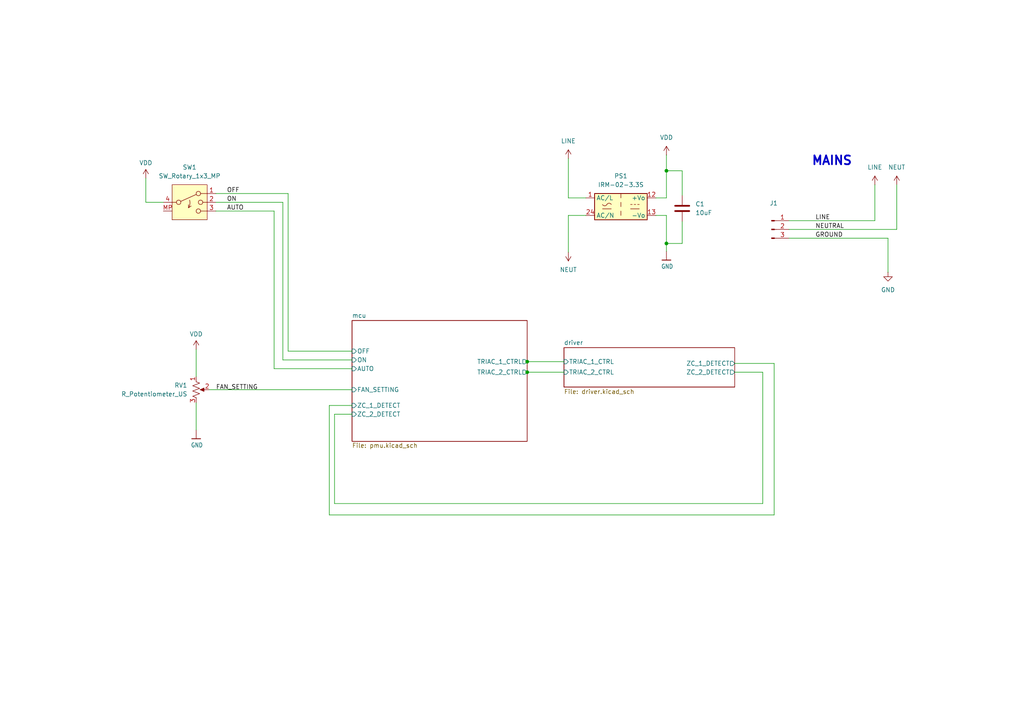
<source format=kicad_sch>
(kicad_sch (version 20250114) (generator "eeschema") (generator_version "9.0")
  (paper "A4")
  (title_block (title "Bramble Triac Driver") (date "2025-12-01") (rev "1.0") (comment 1 "Phase-angle control for AC loads"))
  (lib_symbols
    (symbol "Adafruit Feather RP2040 RFM-eagle-import:GND" (power)
      (symbol "GND_1_0"
        (polyline (pts (xy -1.27 0) (xy 1.27 0)) (stroke (width 0.254)))
        (pin power_in line (at 0 2.54 270) (length 2.54) (name "GND") (number "1"))
      )
    )
    (symbol "Connector:Conn_01x03_Pin" (pin_names (offset 1.016) (hide yes))
      (property "Reference" "J" (at 0 5.08 0))
      (property "Value" "Conn_01x03_Pin" (at 0 -5.08 0))
      (symbol "Conn_01x03_Pin_1_1"
        (rectangle (start 0.8636 2.667) (end 0 2.413) (stroke (width 0.1524)) (fill (type outline)))
        (rectangle (start 0.8636 0.127) (end 0 -0.127) (stroke (width 0.1524)) (fill (type outline)))
        (rectangle (start 0.8636 -2.413) (end 0 -2.667) (stroke (width 0.1524)) (fill (type outline)))
        (polyline (pts (xy 1.27 2.54) (xy 0.8636 2.54)) (stroke (width 0.1524)))
        (polyline (pts (xy 1.27 0) (xy 0.8636 0)) (stroke (width 0.1524)))
        (polyline (pts (xy 1.27 -2.54) (xy 0.8636 -2.54)) (stroke (width 0.1524)))
        (pin passive line (at 5.08 2.54 180) (length 3.81) (name "Pin_1") (number "1"))
        (pin passive line (at 5.08 0 180) (length 3.81) (name "Pin_2") (number "2"))
        (pin passive line (at 5.08 -2.54 180) (length 3.81) (name "Pin_3") (number "3"))
      )
    )
    (symbol "Converter_ACDC:IRM-02-3.3S"
      (property "Reference" "PS" (at 0 5.08 0))
      (property "Value" "IRM-02-3.3S" (at 0 -5.08 0))
      (symbol "IRM-02-3.3S_1_1"
        (rectangle (start -7.62 3.81) (end 7.62 -3.81) (stroke (width 0.254)) (fill (type background)))
        (polyline (pts (xy -5.334 -0.635) (xy -2.794 -0.635)))
        (arc (start -4.064 0.635) (mid -4.699 0.2495) (end -5.334 0.635))
        (arc (start -4.064 0.635) (mid -3.429 1.0072) (end -2.794 0.635))
        (polyline (pts (xy 0 3.81) (xy 0 2.54)))
        (polyline (pts (xy 0 1.27) (xy 0 0)))
        (polyline (pts (xy 0 -1.27) (xy 0 -2.54)))
        (polyline (pts (xy 2.794 0.635) (xy 3.302 0.635)))
        (polyline (pts (xy 2.794 -0.635) (xy 5.334 -0.635)))
        (polyline (pts (xy 3.81 0.635) (xy 4.318 0.635)))
        (polyline (pts (xy 4.826 0.635) (xy 5.334 0.635)))
        (pin power_in line (at -10.16 2.54 0) (length 2.54) (name "AC/L") (number "1"))
        (pin power_in line (at -10.16 -2.54 0) (length 2.54) (name "AC/N") (number "24"))
        (pin power_out line (at 10.16 2.54 180) (length 2.54) (name "+Vo") (number "12"))
        (pin power_out line (at 10.16 -2.54 180) (length 2.54) (name "-Vo") (number "13"))
      )
    )
    (symbol "Device:C" (pin_numbers (hide yes)) (pin_names (offset 0.254))
      (property "Reference" "C" (at 0.635 2.54 0))
      (property "Value" "C" (at 0.635 -2.54 0))
      (symbol "C_0_1"
        (polyline (pts (xy -2.032 0.762) (xy 2.032 0.762)) (stroke (width 0.508)))
        (polyline (pts (xy -2.032 -0.762) (xy 2.032 -0.762)) (stroke (width 0.508)))
      )
      (symbol "C_1_1"
        (pin passive line (at 0 3.81 270) (length 2.794) (name "~") (number "1"))
        (pin passive line (at 0 -3.81 90) (length 2.794) (name "~") (number "2"))
      )
    )
    (symbol "Device:R_Potentiometer_US" (pin_names (offset 1.016) (hide yes))
      (property "Reference" "RV" (at -4.445 0 90))
      (property "Value" "R_Potentiometer_US" (at -2.54 0 90))
      (symbol "R_Potentiometer_US_0_1"
        (polyline (pts (xy 0 2.54) (xy 0 2.286)))
        (polyline (pts (xy 0 2.286) (xy 1.016 1.905) (xy 0 1.524) (xy -1.016 1.143) (xy 0 0.762)))
        (polyline (pts (xy 0 0.762) (xy 1.016 0.381) (xy 0 0) (xy -1.016 -0.381) (xy 0 -0.762)))
        (polyline (pts (xy 0 -0.762) (xy 1.016 -1.143) (xy 0 -1.524) (xy -1.016 -1.905) (xy 0 -2.286)))
        (polyline (pts (xy 0 -2.286) (xy 0 -2.54)))
        (polyline (pts (xy 1.143 0) (xy 2.286 0.508) (xy 2.286 -0.508) (xy 1.143 0)) (fill (type outline)))
        (polyline (pts (xy 2.54 0) (xy 1.524 0)))
      )
      (symbol "R_Potentiometer_US_1_1"
        (pin passive line (at 0 3.81 270) (length 1.27) (name "1") (number "1"))
        (pin passive line (at 0 -3.81 90) (length 1.27) (name "3") (number "3"))
        (pin passive line (at 3.81 0 180) (length 1.27) (name "2") (number "2"))
      )
    )
    (symbol "Switch:SW_Rotary_1x3_MP" (pin_names (hide yes))
      (property "Reference" "SW" (at 0 6.35 0))
      (property "Value" "SW_Rotary_1x3_MP" (at 8.89 -6.35 0))
      (symbol "SW_Rotary_1x3_MP_0_1"
        (polyline (pts (xy -5.08 0) (xy -3.81 0)))
        (circle (center -3.175 0) (radius 0.635))
        (polyline (pts (xy -2.5908 0.254) (xy 1.9304 2.286)))
        (arc (start 0 0.635) (mid 0.0861 -0.5113) (end -0.3176 -1.5875))
        (polyline (pts (xy -0.3176 -1.5875) (xy -0.3176 -0.6985)))
        (polyline (pts (xy -0.3176 -1.5875) (xy -0.3176 -1.5875)))
        (polyline (pts (xy -0.3176 -1.5875) (xy 0.4444 -1.0795)))
        (circle (center 2.54 2.54) (radius 0.635))
        (circle (center 2.54 -2.54) (radius 0.635))
        (circle (center 3.175 0) (radius 0.635))
        (polyline (pts (xy 5.08 2.54) (xy 3.175 2.54)))
        (polyline (pts (xy 5.08 0) (xy 3.81 0)))
        (polyline (pts (xy 5.08 -2.54) (xy 3.175 -2.54)))
      )
      (symbol "SW_Rotary_1x3_MP_1_1"
        (rectangle (start -5.08 5.08) (end 5.08 -5.08) (fill (type background)))
        (pin passive line (at -7.62 0 0) (length 2.54) (name "") (number "4"))
        (pin passive line (at -7.62 -2.54 0) (length 2.54) (name "") (number "MP"))
        (pin passive line (at 7.62 2.54 180) (length 2.54) (name "") (number "1"))
        (pin passive line (at 7.62 0 180) (length 2.54) (name "") (number "2"))
        (pin passive line (at 7.62 -2.54 180) (length 2.54) (name "") (number "3"))
      )
    )
    (symbol "power:GND" (power) (pin_numbers (hide yes)) (pin_names (offset 0) (hide yes))
      (property "Value" "GND" (at 0 -3.81 0))
      (symbol "GND_0_1"
        (polyline (pts (xy 0 0) (xy 0 -1.27) (xy 1.27 -1.27) (xy 0 -2.54) (xy -1.27 -1.27) (xy 0 -1.27)))
      )
      (symbol "GND_1_1"
        (pin power_in line (at 0 0 270) (length 0) (name "~") (number "1"))
      )
    )
    (symbol "power:LINE" (power) (pin_numbers (hide yes)) (pin_names (offset 0) (hide yes))
      (property "Value" "LINE" (at 0 3.556 0))
      (symbol "LINE_0_1"
        (polyline (pts (xy -0.762 1.27) (xy 0 2.54)))
        (polyline (pts (xy 0 2.54) (xy 0.762 1.27)))
        (polyline (pts (xy 0 0) (xy 0 2.54)))
      )
      (symbol "LINE_1_1"
        (pin power_in line (at 0 0 90) (length 0) (name "~") (number "1"))
      )
    )
    (symbol "power:NEUT" (power) (pin_numbers (hide yes)) (pin_names (offset 0) (hide yes))
      (property "Value" "NEUT" (at 0 3.556 0))
      (symbol "NEUT_0_1"
        (polyline (pts (xy -0.762 1.27) (xy 0 2.54)))
        (polyline (pts (xy 0 2.54) (xy 0.762 1.27)))
        (polyline (pts (xy 0 0) (xy 0 2.54)))
      )
      (symbol "NEUT_1_1"
        (pin power_in line (at 0 0 90) (length 0) (name "~") (number "1"))
      )
    )
    (symbol "power:VDD" (power) (pin_numbers (hide yes)) (pin_names (offset 0) (hide yes))
      (property "Value" "VDD" (at 0 3.556 0))
      (symbol "VDD_0_1"
        (polyline (pts (xy -0.762 1.27) (xy 0 2.54)))
        (polyline (pts (xy 0 2.54) (xy 0.762 1.27)))
        (polyline (pts (xy 0 0) (xy 0 2.54)))
      )
      (symbol "VDD_1_1"
        (pin power_in line (at 0 0 90) (length 0) (name "~") (number "1"))
      )
    )
  )
  (text "MAINS" (at 241.3 46.736 0) (effects (font (size 2.54 2.54) (bold yes))))
  (junction (at 193.294 49.53))
  (junction (at 152.908 107.95))
  (junction (at 193.294 70.612))
  (junction (at 152.908 104.902))
  (wire (pts (xy 152.908 104.902) (xy 163.576 104.902)))
  (wire (pts (xy 97.028 120.142) (xy 97.028 146.05)))
  (wire (pts (xy 60.706 113.03) (xy 102.108 113.03)))
  (wire (pts (xy 42.291 51.689) (xy 42.291 58.674)))
  (wire (pts (xy 169.926 62.484) (xy 164.846 62.484)))
  (wire (pts (xy 260.096 53.594) (xy 260.096 66.548)))
  (wire (pts (xy 42.291 58.674) (xy 47.371 58.674)))
  (wire (pts (xy 169.926 57.404) (xy 164.846 57.404)))
  (wire (pts (xy 102.108 120.142) (xy 97.028 120.142)))
  (wire (pts (xy 221.234 107.95) (xy 213.106 107.95)))
  (wire (pts (xy 193.294 72.898) (xy 193.294 70.612)))
  (wire (pts (xy 62.611 61.214) (xy 79.502 61.214)))
  (wire (pts (xy 193.294 62.484) (xy 190.246 62.484)))
  (wire (pts (xy 95.504 149.352) (xy 95.504 117.602)))
  (wire (pts (xy 164.846 62.484) (xy 164.846 73.152)))
  (wire (pts (xy 228.854 69.088) (xy 257.556 69.088)))
  (wire (pts (xy 193.294 49.53) (xy 193.294 57.404)))
  (wire (pts (xy 197.866 70.612) (xy 193.294 70.612)))
  (wire (pts (xy 79.502 106.934) (xy 102.108 106.934)))
  (wire (pts (xy 95.504 117.602) (xy 102.108 117.602)))
  (wire (pts (xy 228.854 66.548) (xy 260.096 66.548)))
  (wire (pts (xy 97.028 146.05) (xy 221.234 146.05)))
  (wire (pts (xy 56.896 101.346) (xy 56.896 109.22)))
  (wire (pts (xy 228.854 64.008) (xy 253.746 64.008)))
  (wire (pts (xy 197.866 56.642) (xy 197.866 49.53)))
  (wire (pts (xy 253.746 53.594) (xy 253.746 64.008)))
  (wire (pts (xy 221.234 146.05) (xy 221.234 107.95)))
  (wire (pts (xy 152.908 107.95) (xy 163.576 107.95)))
  (wire (pts (xy 56.896 116.84) (xy 56.896 124.714)))
  (wire (pts (xy 224.536 149.352) (xy 95.504 149.352)))
  (wire (pts (xy 197.866 64.262) (xy 197.866 70.612)))
  (wire (pts (xy 83.566 101.854) (xy 102.108 101.854)))
  (wire (pts (xy 197.866 49.53) (xy 193.294 49.53)))
  (wire (pts (xy 193.294 70.612) (xy 193.294 62.484)))
  (wire (pts (xy 257.556 69.088) (xy 257.556 78.994)))
  (wire (pts (xy 83.566 56.134) (xy 83.566 101.854)))
  (wire (pts (xy 224.536 105.41) (xy 224.536 149.352)))
  (wire (pts (xy 190.246 57.404) (xy 193.294 57.404)))
  (wire (pts (xy 102.108 104.394) (xy 82.042 104.394)))
  (wire (pts (xy 79.502 106.934) (xy 79.502 61.214)))
  (wire (pts (xy 193.294 44.958) (xy 193.294 49.53)))
  (wire (pts (xy 152.654 107.95) (xy 152.908 107.95)))
  (wire (pts (xy 62.611 56.134) (xy 83.566 56.134)))
  (wire (pts (xy 152.654 104.902) (xy 152.908 104.902)))
  (wire (pts (xy 62.611 58.674) (xy 82.042 58.674)))
  (wire (pts (xy 164.846 45.974) (xy 164.846 57.404)))
  (wire (pts (xy 82.042 58.674) (xy 82.042 104.394)))
  (wire (pts (xy 213.106 105.41) (xy 224.536 105.41)))
  (label "NEUTRAL" (at 236.474 66.548 0))
  (label "LINE" (at 236.474 64.008 0))
  (label "GROUND" (at 236.474 69.088 0))
  (label "OFF" (at 65.786 56.134 0))
  (label "FAN_SETTING" (at 62.611 113.284 0))
  (label "AUTO" (at 65.786 61.214 0))
  (label "ON" (at 65.786 58.674 0))
  (symbol (lib_id "power:NEUT") (at 164.846 73.152 180) (unit 1)
    (property "Reference" "#PWR04" (effects (hide yes)))
    (property "Value" "NEUT" (at 164.846 78.232 0))
    (property "Description" "Power symbol creates a global label with name \"NEUT\"" (effects (hide yes)))
  )
  (symbol (lib_id "power:LINE") (at 253.746 53.594 0) (unit 1)
    (property "Reference" "#PWR06" (effects (hide yes)))
    (property "Value" "LINE" (at 253.746 48.514 0))
    (property "Description" "Power symbol creates a global label with name \"LINE\"" (effects (hide yes)))
  )
  (symbol (lib_id "power:VDD") (at 42.291 51.689 0) (unit 1)
    (property "Reference" "#PWR01" (effects (hide yes)))
    (property "Value" "VDD" (at 42.291 47.244 0))
    (property "Description" "Power symbol creates a global label with name \"VDD\"" (effects (hide yes)))
  )
  (symbol (lib_id "power:VDD") (at 56.896 101.346 0) (unit 1)
    (property "Reference" "#PWR02" (effects (hide yes)))
    (property "Value" "VDD" (at 56.896 96.901 0))
    (property "Description" "Power symbol creates a global label with name \"VDD\"" (effects (hide yes)))
  )
  (symbol (lib_id "power:LINE") (at 164.846 45.974 0) (unit 1)
    (property "Reference" "#PWR03" (effects (hide yes)))
    (property "Value" "LINE" (at 164.846 40.894 0))
    (property "Description" "Power symbol creates a global label with name \"LINE\"" (effects (hide yes)))
  )
  (symbol (lib_id "Converter_ACDC:IRM-02-3.3S") (at 180.086 59.944 0) (unit 1)
    (property "Reference" "PS1" (at 180.086 51.054 0))
    (property "Value" "IRM-02-3.3S" (at 180.086 53.594 0))
    (property "Footprint" "Converter_ACDC:Converter_ACDC_MeanWell_IRM-02-xx_SMD" (effects (hide yes)))
    (property "Datasheet" "https://www.meanwell.com/Upload/PDF/IRM-02/IRM-02-SPEC.PDF" (effects (hide yes)))
    (property "Description" "3.3V, 600mA, 2W, Isolated, AC-DC, IRM02-SMD" (effects (hide yes)))
  )
  (symbol (lib_id "Connector:Conn_01x03_Pin") (at 223.774 66.548 0) (unit 1)
    (property "Reference" "J1" (at 224.409 58.928 0))
    (property "Value" "Conn_01x03_Pin" (effects (hide yes)))
    (property "Footprint" "TerminalBlock_Phoenix:TerminalBlock_Phoenix_MKDS-1,5-3-5.08_1x03_P5.08mm_Horizontal" (effects (hide yes)))
    (property "Description" "Generic connector, single row, 01x03, script generated" (effects (hide yes)))
  )
  (symbol (lib_id "Switch:SW_Rotary_1x3_MP") (at 54.991 58.674 0) (unit 1)
    (property "Reference" "SW1" (at 54.991 48.514 0))
    (property "Value" "SW_Rotary_1x3_MP" (at 54.991 51.054 0))
    (property "Footprint" "Connector_PinHeader_2.54mm:PinHeader_1x03_P2.54mm_Vertical" (effects (hide yes)))
    (property "Description" "Rotary switch 1x3, SP3T with mount point" (effects (hide yes)))
  )
  (symbol (lib_id "power:GND") (at 257.556 78.994 0) (unit 1)
    (property "Reference" "#PWR07" (effects (hide yes)))
    (property "Value" "GND" (at 257.556 84.074 0))
    (property "Description" "Power symbol creates a global label with name \"GND\" , ground" (effects (hide yes)))
  )
  (symbol (lib_id "Adafruit Feather RP2040 RFM-eagle-import:GND") (at 56.896 127.254 0) (unit 1)
    (property "Reference" "#U$01" (effects (hide yes)))
    (property "Value" "GND" (at 55.372 129.794 0) (effects (font (size 1.27 1.0795)) (justify left bottom)))
  )
  (symbol (lib_id "power:VDD") (at 193.294 44.958 0) (unit 1)
    (property "Reference" "#PWR05" (effects (hide yes)))
    (property "Value" "VDD" (at 193.294 39.878 0))
    (property "Description" "Power symbol creates a global label with name \"VDD\"" (effects (hide yes)))
  )
  (symbol (lib_id "power:NEUT") (at 260.096 53.594 0) (unit 1)
    (property "Reference" "#PWR08" (effects (hide yes)))
    (property "Value" "NEUT" (at 260.096 48.514 0))
    (property "Description" "Power symbol creates a global label with name \"NEUT\"" (effects (hide yes)))
  )
  (symbol (lib_id "Device:R_Potentiometer_US") (at 56.896 113.03 0) (unit 1)
    (property "Reference" "RV1" (at 54.356 111.7599 0) (effects (justify right)))
    (property "Value" "R_Potentiometer_US" (at 54.356 114.2999 0) (effects (justify right)))
    (property "Footprint" "Connector_PinHeader_2.54mm:PinHeader_1x03_P2.54mm_Horizontal" (effects (hide yes)))
    (property "Description" "Potentiometer, US symbol" (effects (hide yes)))
  )
  (symbol (lib_id "Device:C") (at 197.866 60.452 0) (unit 1)
    (property "Reference" "C1" (at 201.676 59.1819 0) (effects (justify left)))
    (property "Value" "10uF" (at 201.676 61.7219 0) (effects (justify left)))
    (property "Footprint" "Capacitor_SMD:C_0805_2012Metric" (effects (hide yes)))
    (property "Description" "Unpolarized capacitor" (effects (hide yes)))
  )
  (symbol (lib_id "Adafruit Feather RP2040 RFM-eagle-import:GND") (at 193.294 75.438 0) (unit 1)
    (property "Reference" "#U$02" (effects (hide yes)))
    (property "Value" "GND" (at 191.77 77.978 0) (effects (font (size 1.27 1.0795)) (justify left bottom)))
  )
  (sheet (at 102.108 92.964) (size 50.8 35.052) (stroke (width 0.1524))
    (property "Sheetname" "mcu" (at 102.108 92.2524 0) (effects (justify left bottom)))
    (property "Sheetfile" "pmu.kicad_sch" (at 102.108 128.4736 0) (effects (justify left top)))
    (pin "OFF" input (at 102.108 101.854 180))
    (pin "AUTO" input (at 102.108 106.934 180))
    (pin "FAN_SETTING" input (at 102.108 113.03 180))
    (pin "TRIAC_1_CTRL" output (at 152.908 104.902 0))
    (pin "TRIAC_2_CTRL" output (at 152.908 107.95 0))
    (pin "ZC_1_DETECT" input (at 102.108 117.602 180))
    (pin "ZC_2_DETECT" input (at 102.108 120.142 180))
    (pin "ON" input (at 102.108 104.394 180))
  )
  (sheet (at 163.576 100.838) (size 49.53 11.43) (stroke (width 0.1524))
    (property "Sheetname" "driver" (at 163.576 100.1264 0) (effects (justify left bottom)))
    (property "Sheetfile" "driver.kicad_sch" (at 163.576 112.8526 0) (effects (justify left top)))
    (pin "TRIAC_2_CTRL" input (at 163.576 107.95 180))
    (pin "ZC_1_DETECT" output (at 213.106 105.41 0))
    (pin "TRIAC_1_CTRL" input (at 163.576 104.902 180))
    (pin "ZC_2_DETECT" output (at 213.106 107.95 0))
  )
)
</source>
